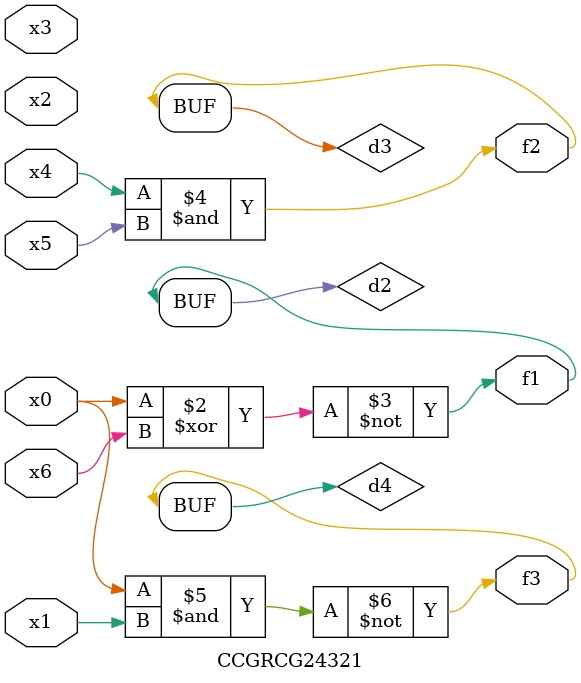
<source format=v>
module CCGRCG24321(
	input x0, x1, x2, x3, x4, x5, x6,
	output f1, f2, f3
);

	wire d1, d2, d3, d4;

	nor (d1, x0);
	xnor (d2, x0, x6);
	and (d3, x4, x5);
	nand (d4, x0, x1);
	assign f1 = d2;
	assign f2 = d3;
	assign f3 = d4;
endmodule

</source>
